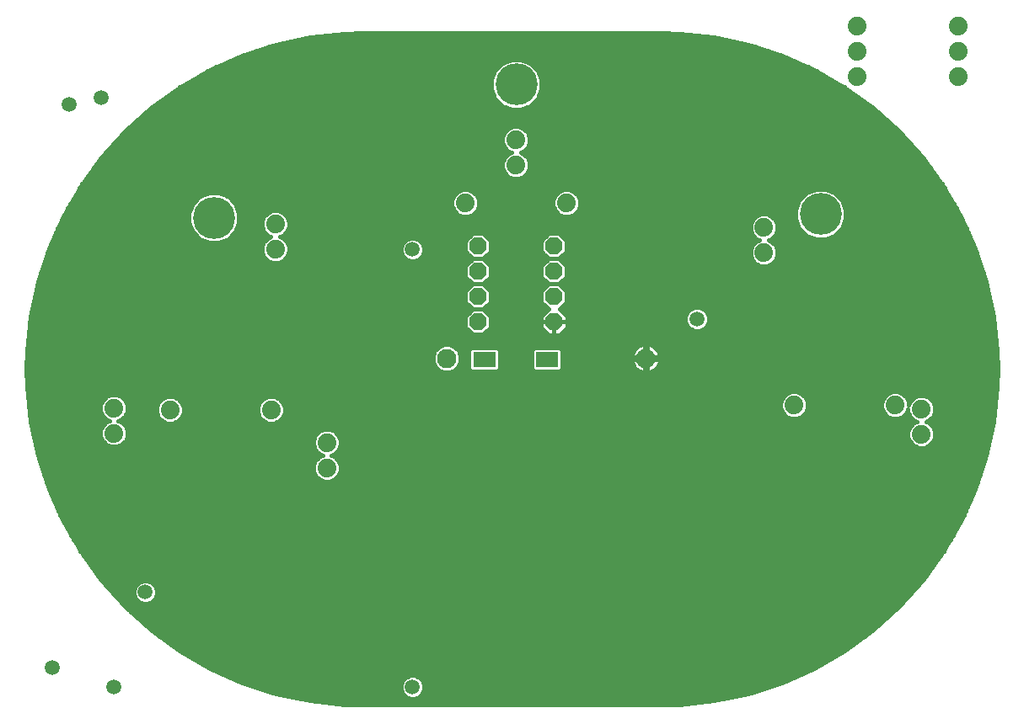
<source format=gbl>
G75*
%MOIN*%
%OFA0B0*%
%FSLAX25Y25*%
%IPPOS*%
%LPD*%
%AMOC8*
5,1,8,0,0,1.08239X$1,22.5*
%
%ADD10C,0.07677*%
%ADD11C,0.07400*%
%ADD12R,0.09055X0.06299*%
%ADD13OC8,0.06800*%
%ADD14C,0.01600*%
%ADD15C,0.05906*%
%ADD16C,0.16598*%
D10*
X0176063Y0146929D03*
X0254803Y0146929D03*
D11*
X0301496Y0188780D03*
X0301496Y0198780D03*
X0338425Y0258425D03*
X0338425Y0268425D03*
X0338425Y0278425D03*
X0378425Y0278425D03*
X0378425Y0268425D03*
X0378425Y0258425D03*
X0223425Y0208425D03*
X0203425Y0223425D03*
X0203425Y0233425D03*
X0183425Y0208425D03*
X0108228Y0200157D03*
X0108228Y0190157D03*
X0044409Y0127323D03*
X0044409Y0117323D03*
X0066575Y0126575D03*
X0106575Y0126575D03*
X0128661Y0113543D03*
X0128661Y0103543D03*
X0313425Y0128425D03*
X0353425Y0128425D03*
X0363819Y0126929D03*
X0363819Y0116929D03*
D12*
X0215709Y0146496D03*
X0190906Y0146496D03*
D13*
X0188425Y0161339D03*
X0188425Y0171339D03*
X0188425Y0181339D03*
X0188425Y0191339D03*
X0218425Y0191339D03*
X0218425Y0181339D03*
X0218425Y0171339D03*
X0218425Y0161339D03*
D14*
X0218425Y0161339D01*
X0213225Y0161339D01*
X0213225Y0163492D01*
X0216213Y0166480D01*
X0213425Y0169268D01*
X0213425Y0173410D01*
X0216354Y0176339D01*
X0220496Y0176339D01*
X0223425Y0179268D01*
X0223425Y0183410D01*
X0220496Y0186339D01*
X0223425Y0189268D01*
X0223425Y0193410D01*
X0220496Y0196339D01*
X0216354Y0196339D01*
X0213425Y0193410D01*
X0213425Y0189268D01*
X0216354Y0186339D01*
X0220496Y0186339D01*
X0216354Y0186339D01*
X0213425Y0183410D01*
X0213425Y0179268D01*
X0216354Y0176339D01*
X0220496Y0176339D01*
X0223425Y0173410D01*
X0223425Y0169268D01*
X0220638Y0166480D01*
X0223625Y0163492D01*
X0223625Y0161339D01*
X0218425Y0161339D01*
X0218425Y0161339D01*
X0213225Y0161339D01*
X0213225Y0159185D01*
X0216271Y0156139D01*
X0218425Y0156139D01*
X0218425Y0161338D01*
X0218425Y0161338D01*
X0218425Y0156139D01*
X0220579Y0156139D01*
X0223625Y0159185D01*
X0223625Y0161339D01*
X0218425Y0161339D01*
X0218425Y0160056D02*
X0218425Y0160056D01*
X0218425Y0158457D02*
X0218425Y0158457D01*
X0218425Y0156859D02*
X0218425Y0156859D01*
X0215551Y0156859D02*
X0191016Y0156859D01*
X0190496Y0156339D02*
X0193425Y0159268D01*
X0193425Y0163410D01*
X0190496Y0166339D01*
X0193425Y0169268D01*
X0193425Y0173410D01*
X0190496Y0176339D01*
X0193425Y0179268D01*
X0193425Y0183410D01*
X0190496Y0186339D01*
X0193425Y0189268D01*
X0193425Y0193410D01*
X0190496Y0196339D01*
X0186354Y0196339D01*
X0183425Y0193410D01*
X0183425Y0189268D01*
X0186354Y0186339D01*
X0190496Y0186339D01*
X0186354Y0186339D01*
X0183425Y0183410D01*
X0183425Y0179268D01*
X0186354Y0176339D01*
X0190496Y0176339D01*
X0186354Y0176339D01*
X0183425Y0173410D01*
X0183425Y0169268D01*
X0186354Y0166339D01*
X0190496Y0166339D01*
X0186354Y0166339D01*
X0183425Y0163410D01*
X0183425Y0159268D01*
X0186354Y0156339D01*
X0190496Y0156339D01*
X0192615Y0158457D02*
X0213953Y0158457D01*
X0213225Y0160056D02*
X0193425Y0160056D01*
X0193425Y0161654D02*
X0213225Y0161654D01*
X0213225Y0163253D02*
X0193425Y0163253D01*
X0191984Y0164851D02*
X0214584Y0164851D01*
X0216182Y0166450D02*
X0190607Y0166450D01*
X0192206Y0168048D02*
X0214645Y0168048D01*
X0213425Y0169647D02*
X0193425Y0169647D01*
X0193425Y0171245D02*
X0213425Y0171245D01*
X0213425Y0172844D02*
X0193425Y0172844D01*
X0192393Y0174442D02*
X0214458Y0174442D01*
X0216056Y0176041D02*
X0190794Y0176041D01*
X0191797Y0177639D02*
X0215053Y0177639D01*
X0213455Y0179238D02*
X0193395Y0179238D01*
X0193425Y0180836D02*
X0213425Y0180836D01*
X0213425Y0182435D02*
X0193425Y0182435D01*
X0192802Y0184033D02*
X0214049Y0184033D01*
X0215647Y0185632D02*
X0191203Y0185632D01*
X0191388Y0187230D02*
X0215462Y0187230D01*
X0213864Y0188829D02*
X0192986Y0188829D01*
X0193425Y0190427D02*
X0213425Y0190427D01*
X0213425Y0192026D02*
X0193425Y0192026D01*
X0193210Y0193624D02*
X0213640Y0193624D01*
X0215238Y0195223D02*
X0191612Y0195223D01*
X0185238Y0195223D02*
X0110165Y0195223D01*
X0110007Y0195157D02*
X0111231Y0195664D01*
X0112721Y0197155D01*
X0113528Y0199103D01*
X0113528Y0201212D01*
X0112721Y0203160D01*
X0111231Y0204651D01*
X0109283Y0205457D01*
X0107174Y0205457D01*
X0105226Y0204651D01*
X0103735Y0203160D01*
X0102928Y0201212D01*
X0102928Y0199103D01*
X0103735Y0197155D01*
X0105226Y0195664D01*
X0106450Y0195157D01*
X0105226Y0194651D01*
X0103735Y0193160D01*
X0102928Y0191212D01*
X0102928Y0189103D01*
X0103735Y0187155D01*
X0105226Y0185664D01*
X0107174Y0184857D01*
X0109283Y0184857D01*
X0111231Y0185664D01*
X0112721Y0187155D01*
X0113528Y0189103D01*
X0113528Y0191212D01*
X0112721Y0193160D01*
X0111231Y0194651D01*
X0110007Y0195157D01*
X0112257Y0193624D02*
X0159627Y0193624D01*
X0159901Y0193899D02*
X0158621Y0192618D01*
X0157928Y0190945D01*
X0157928Y0189134D01*
X0158621Y0187460D01*
X0159901Y0186180D01*
X0161575Y0185487D01*
X0163386Y0185487D01*
X0165059Y0186180D01*
X0166340Y0187460D01*
X0167033Y0189134D01*
X0167033Y0190945D01*
X0166340Y0192618D01*
X0165059Y0193899D01*
X0163386Y0194592D01*
X0161575Y0194592D01*
X0159901Y0193899D01*
X0158375Y0192026D02*
X0113191Y0192026D01*
X0113528Y0190427D02*
X0157928Y0190427D01*
X0158054Y0188829D02*
X0113415Y0188829D01*
X0112753Y0187230D02*
X0158851Y0187230D01*
X0161224Y0185632D02*
X0111152Y0185632D01*
X0105305Y0185632D02*
X0017066Y0185632D01*
X0017585Y0187230D02*
X0103704Y0187230D01*
X0103042Y0188829D02*
X0018105Y0188829D01*
X0018624Y0190427D02*
X0102928Y0190427D01*
X0103266Y0192026D02*
X0019332Y0192026D01*
X0018633Y0190457D02*
X0024296Y0203174D01*
X0031256Y0215230D01*
X0039439Y0226492D01*
X0048753Y0236837D01*
X0059099Y0246152D01*
X0070361Y0254334D01*
X0082417Y0261295D01*
X0095134Y0266957D01*
X0108374Y0271259D01*
X0121990Y0274153D01*
X0135835Y0275608D01*
X0142795Y0275791D01*
X0260906Y0275791D01*
X0267866Y0275608D01*
X0281711Y0274153D01*
X0295327Y0271259D01*
X0308567Y0266957D01*
X0321284Y0261295D01*
X0333340Y0254334D01*
X0344602Y0246152D01*
X0354947Y0236837D01*
X0364262Y0226492D01*
X0372445Y0215230D01*
X0379405Y0203174D01*
X0385067Y0190457D01*
X0389369Y0177217D01*
X0392263Y0163600D01*
X0393719Y0149756D01*
X0393901Y0142795D01*
X0393719Y0135835D01*
X0392263Y0121990D01*
X0389369Y0108374D01*
X0385067Y0095134D01*
X0379405Y0082417D01*
X0372445Y0070361D01*
X0364262Y0059099D01*
X0354947Y0048753D01*
X0344602Y0039439D01*
X0333340Y0031256D01*
X0321284Y0024296D01*
X0308567Y0018633D01*
X0295327Y0014332D01*
X0281711Y0011437D01*
X0267866Y0009982D01*
X0260906Y0009800D01*
X0142795Y0009800D01*
X0135835Y0009982D01*
X0121990Y0011437D01*
X0108374Y0014332D01*
X0095134Y0018633D01*
X0082417Y0024296D01*
X0070361Y0031256D01*
X0059099Y0039439D01*
X0048753Y0048753D01*
X0039439Y0059099D01*
X0031256Y0070361D01*
X0024296Y0082417D01*
X0018633Y0095134D01*
X0014332Y0108374D01*
X0011437Y0121990D01*
X0009982Y0135835D01*
X0009800Y0142795D01*
X0009800Y0142795D01*
X0009982Y0149756D01*
X0011437Y0163600D01*
X0014332Y0177217D01*
X0018633Y0190457D01*
X0020044Y0193624D02*
X0079830Y0193624D01*
X0078330Y0194246D02*
X0081968Y0192739D01*
X0085906Y0192739D01*
X0089544Y0194246D01*
X0092329Y0197030D01*
X0093836Y0200669D01*
X0093836Y0204607D01*
X0092329Y0208245D01*
X0089544Y0211030D01*
X0085906Y0212537D01*
X0081968Y0212537D01*
X0078330Y0211030D01*
X0075545Y0208245D01*
X0074038Y0204607D01*
X0074038Y0200669D01*
X0075545Y0197030D01*
X0078330Y0194246D01*
X0077352Y0195223D02*
X0020756Y0195223D01*
X0021467Y0196821D02*
X0075754Y0196821D01*
X0074969Y0198420D02*
X0022179Y0198420D01*
X0022891Y0200018D02*
X0074307Y0200018D01*
X0074038Y0201617D02*
X0023602Y0201617D01*
X0024320Y0203215D02*
X0074038Y0203215D01*
X0074124Y0204814D02*
X0025242Y0204814D01*
X0026165Y0206412D02*
X0074786Y0206412D01*
X0075448Y0208011D02*
X0027088Y0208011D01*
X0028011Y0209609D02*
X0076909Y0209609D01*
X0078759Y0211208D02*
X0028934Y0211208D01*
X0029857Y0212806D02*
X0180311Y0212806D01*
X0180423Y0212918D02*
X0178932Y0211427D01*
X0178125Y0209479D01*
X0178125Y0207371D01*
X0178932Y0205423D01*
X0180423Y0203932D01*
X0182371Y0203125D01*
X0184479Y0203125D01*
X0186427Y0203932D01*
X0187918Y0205423D01*
X0188725Y0207371D01*
X0188725Y0209479D01*
X0187918Y0211427D01*
X0186427Y0212918D01*
X0184479Y0213725D01*
X0182371Y0213725D01*
X0180423Y0212918D01*
X0178841Y0211208D02*
X0089115Y0211208D01*
X0090965Y0209609D02*
X0178179Y0209609D01*
X0178125Y0208011D02*
X0092426Y0208011D01*
X0093088Y0206412D02*
X0178522Y0206412D01*
X0179541Y0204814D02*
X0110836Y0204814D01*
X0112666Y0203215D02*
X0182153Y0203215D01*
X0184697Y0203215D02*
X0222153Y0203215D01*
X0222371Y0203125D02*
X0224479Y0203125D01*
X0226427Y0203932D01*
X0227918Y0205423D01*
X0228725Y0207371D01*
X0228725Y0209479D01*
X0227918Y0211427D01*
X0226427Y0212918D01*
X0224479Y0213725D01*
X0222371Y0213725D01*
X0220423Y0212918D01*
X0218932Y0211427D01*
X0218125Y0209479D01*
X0218125Y0207371D01*
X0218932Y0205423D01*
X0220423Y0203932D01*
X0222371Y0203125D01*
X0224697Y0203215D02*
X0298437Y0203215D01*
X0298494Y0203273D02*
X0297003Y0201782D01*
X0296196Y0199834D01*
X0296196Y0197725D01*
X0297003Y0195777D01*
X0298494Y0194286D01*
X0299718Y0193780D01*
X0298494Y0193273D01*
X0297003Y0191782D01*
X0296196Y0189834D01*
X0296196Y0187725D01*
X0297003Y0185777D01*
X0298494Y0184286D01*
X0300442Y0183480D01*
X0302550Y0183480D01*
X0304498Y0184286D01*
X0305989Y0185777D01*
X0306796Y0187725D01*
X0306796Y0189834D01*
X0305989Y0191782D01*
X0304498Y0193273D01*
X0303275Y0193780D01*
X0304498Y0194286D01*
X0305989Y0195777D01*
X0306796Y0197725D01*
X0306796Y0199834D01*
X0305989Y0201782D01*
X0304498Y0203273D01*
X0302550Y0204080D01*
X0300442Y0204080D01*
X0298494Y0203273D01*
X0296935Y0201617D02*
X0113361Y0201617D01*
X0113528Y0200018D02*
X0296273Y0200018D01*
X0296196Y0198420D02*
X0113245Y0198420D01*
X0112388Y0196821D02*
X0296570Y0196821D01*
X0297557Y0195223D02*
X0221612Y0195223D01*
X0223210Y0193624D02*
X0299343Y0193624D01*
X0297247Y0192026D02*
X0223425Y0192026D01*
X0223425Y0190427D02*
X0296442Y0190427D01*
X0296196Y0188829D02*
X0222986Y0188829D01*
X0221388Y0187230D02*
X0296401Y0187230D01*
X0297148Y0185632D02*
X0221203Y0185632D01*
X0222802Y0184033D02*
X0299105Y0184033D01*
X0303887Y0184033D02*
X0387154Y0184033D01*
X0387674Y0182435D02*
X0223425Y0182435D01*
X0223425Y0180836D02*
X0388193Y0180836D01*
X0388712Y0179238D02*
X0223395Y0179238D01*
X0221797Y0177639D02*
X0389232Y0177639D01*
X0389619Y0176041D02*
X0220794Y0176041D01*
X0222393Y0174442D02*
X0389959Y0174442D01*
X0390299Y0172844D02*
X0223425Y0172844D01*
X0223425Y0171245D02*
X0390638Y0171245D01*
X0390978Y0169647D02*
X0223425Y0169647D01*
X0222206Y0168048D02*
X0391318Y0168048D01*
X0391658Y0166450D02*
X0277353Y0166450D01*
X0277618Y0166340D02*
X0275945Y0167033D01*
X0274134Y0167033D01*
X0272460Y0166340D01*
X0271180Y0165059D01*
X0270487Y0163386D01*
X0270487Y0161575D01*
X0271180Y0159901D01*
X0272460Y0158621D01*
X0274134Y0157928D01*
X0275945Y0157928D01*
X0277618Y0158621D01*
X0278899Y0159901D01*
X0279592Y0161575D01*
X0279592Y0163386D01*
X0278899Y0165059D01*
X0277618Y0166340D01*
X0278985Y0164851D02*
X0391998Y0164851D01*
X0392300Y0163253D02*
X0279592Y0163253D01*
X0279592Y0161654D02*
X0392468Y0161654D01*
X0392636Y0160056D02*
X0278963Y0160056D01*
X0277223Y0158457D02*
X0392804Y0158457D01*
X0392972Y0156859D02*
X0221299Y0156859D01*
X0222898Y0158457D02*
X0272855Y0158457D01*
X0271116Y0160056D02*
X0223625Y0160056D01*
X0223625Y0161654D02*
X0270487Y0161654D01*
X0270487Y0163253D02*
X0223625Y0163253D01*
X0222267Y0164851D02*
X0271094Y0164851D01*
X0272725Y0166450D02*
X0220668Y0166450D01*
X0220899Y0151246D02*
X0210518Y0151246D01*
X0209581Y0150308D01*
X0209581Y0142684D01*
X0210518Y0141746D01*
X0220899Y0141746D01*
X0221836Y0142684D01*
X0221836Y0150308D01*
X0220899Y0151246D01*
X0221680Y0150465D02*
X0250402Y0150465D01*
X0250502Y0150602D02*
X0249981Y0149884D01*
X0249578Y0149094D01*
X0249303Y0148250D01*
X0249170Y0147409D01*
X0254324Y0147409D01*
X0254324Y0152562D01*
X0253483Y0152429D01*
X0252639Y0152155D01*
X0251848Y0151752D01*
X0251130Y0151230D01*
X0250502Y0150602D01*
X0249504Y0148866D02*
X0221836Y0148866D01*
X0221836Y0147268D02*
X0254324Y0147268D01*
X0254324Y0147409D02*
X0254324Y0146450D01*
X0249170Y0146450D01*
X0249303Y0145609D01*
X0249578Y0144765D01*
X0249981Y0143974D01*
X0250502Y0143256D01*
X0251130Y0142628D01*
X0251848Y0142107D01*
X0252639Y0141704D01*
X0253483Y0141429D01*
X0254324Y0141296D01*
X0254324Y0146450D01*
X0255283Y0146450D01*
X0255283Y0147409D01*
X0254324Y0147409D01*
X0255283Y0147409D02*
X0255283Y0152562D01*
X0256124Y0152429D01*
X0256968Y0152155D01*
X0257758Y0151752D01*
X0258476Y0151230D01*
X0259104Y0150602D01*
X0259626Y0149884D01*
X0260029Y0149094D01*
X0260303Y0148250D01*
X0260436Y0147409D01*
X0255283Y0147409D01*
X0255283Y0147268D02*
X0393784Y0147268D01*
X0393742Y0148866D02*
X0260103Y0148866D01*
X0259204Y0150465D02*
X0393644Y0150465D01*
X0393476Y0152063D02*
X0257147Y0152063D01*
X0255283Y0152063D02*
X0254324Y0152063D01*
X0254324Y0150465D02*
X0255283Y0150465D01*
X0255283Y0148866D02*
X0254324Y0148866D01*
X0255283Y0146450D02*
X0260436Y0146450D01*
X0260303Y0145609D01*
X0260029Y0144765D01*
X0259626Y0143974D01*
X0259104Y0143256D01*
X0258476Y0142628D01*
X0257758Y0142107D01*
X0256968Y0141704D01*
X0256124Y0141429D01*
X0255283Y0141296D01*
X0255283Y0146450D01*
X0255283Y0145669D02*
X0254324Y0145669D01*
X0254324Y0144070D02*
X0255283Y0144070D01*
X0255283Y0142472D02*
X0254324Y0142472D01*
X0251345Y0142472D02*
X0221624Y0142472D01*
X0221836Y0144070D02*
X0249931Y0144070D01*
X0249294Y0145669D02*
X0221836Y0145669D01*
X0209581Y0145669D02*
X0197033Y0145669D01*
X0197033Y0147268D02*
X0209581Y0147268D01*
X0209581Y0148866D02*
X0197033Y0148866D01*
X0197033Y0150308D02*
X0196096Y0151246D01*
X0185715Y0151246D01*
X0184778Y0150308D01*
X0184778Y0142684D01*
X0185715Y0141746D01*
X0196096Y0141746D01*
X0197033Y0142684D01*
X0197033Y0150308D01*
X0196877Y0150465D02*
X0209737Y0150465D01*
X0209581Y0144070D02*
X0197033Y0144070D01*
X0196821Y0142472D02*
X0209793Y0142472D01*
X0184990Y0142472D02*
X0179297Y0142472D01*
X0179144Y0142319D02*
X0180674Y0143848D01*
X0181502Y0145847D01*
X0181502Y0148011D01*
X0180674Y0150010D01*
X0179144Y0151540D01*
X0177145Y0152368D01*
X0174981Y0152368D01*
X0172982Y0151540D01*
X0171452Y0150010D01*
X0170624Y0148011D01*
X0170624Y0145847D01*
X0171452Y0143848D01*
X0172982Y0142319D01*
X0174981Y0141491D01*
X0177145Y0141491D01*
X0179144Y0142319D01*
X0180766Y0144070D02*
X0184778Y0144070D01*
X0184778Y0145669D02*
X0181428Y0145669D01*
X0181502Y0147268D02*
X0184778Y0147268D01*
X0184778Y0148866D02*
X0181147Y0148866D01*
X0180219Y0150465D02*
X0184934Y0150465D01*
X0185834Y0156859D02*
X0010729Y0156859D01*
X0010897Y0158457D02*
X0184236Y0158457D01*
X0183425Y0160056D02*
X0011065Y0160056D01*
X0011233Y0161654D02*
X0183425Y0161654D01*
X0183425Y0163253D02*
X0011401Y0163253D01*
X0011703Y0164851D02*
X0184867Y0164851D01*
X0186243Y0166450D02*
X0012043Y0166450D01*
X0012383Y0168048D02*
X0184645Y0168048D01*
X0183425Y0169647D02*
X0012723Y0169647D01*
X0013062Y0171245D02*
X0183425Y0171245D01*
X0183425Y0172844D02*
X0013402Y0172844D01*
X0013742Y0174442D02*
X0184458Y0174442D01*
X0186056Y0176041D02*
X0014082Y0176041D01*
X0014469Y0177639D02*
X0185053Y0177639D01*
X0183455Y0179238D02*
X0014988Y0179238D01*
X0015508Y0180836D02*
X0183425Y0180836D01*
X0183425Y0182435D02*
X0016027Y0182435D01*
X0016546Y0184033D02*
X0184049Y0184033D01*
X0185647Y0185632D02*
X0163736Y0185632D01*
X0166110Y0187230D02*
X0185462Y0187230D01*
X0183864Y0188829D02*
X0166907Y0188829D01*
X0167033Y0190427D02*
X0183425Y0190427D01*
X0183425Y0192026D02*
X0166585Y0192026D01*
X0165334Y0193624D02*
X0183640Y0193624D01*
X0187309Y0204814D02*
X0219541Y0204814D01*
X0218522Y0206412D02*
X0188328Y0206412D01*
X0188725Y0208011D02*
X0218125Y0208011D01*
X0218179Y0209609D02*
X0188671Y0209609D01*
X0188009Y0211208D02*
X0218841Y0211208D01*
X0220311Y0212806D02*
X0186539Y0212806D01*
X0198932Y0220423D02*
X0198125Y0222371D01*
X0198125Y0224479D01*
X0198932Y0226427D01*
X0200423Y0227918D01*
X0201647Y0228425D01*
X0200423Y0228932D01*
X0198932Y0230423D01*
X0198125Y0232371D01*
X0198125Y0234479D01*
X0198932Y0236427D01*
X0200423Y0237918D01*
X0202371Y0238725D01*
X0204479Y0238725D01*
X0206427Y0237918D01*
X0207918Y0236427D01*
X0208725Y0234479D01*
X0208725Y0232371D01*
X0207918Y0230423D01*
X0206427Y0228932D01*
X0205204Y0228425D01*
X0206427Y0227918D01*
X0207918Y0226427D01*
X0208725Y0224479D01*
X0208725Y0222371D01*
X0207918Y0220423D01*
X0206427Y0218932D01*
X0204479Y0218125D01*
X0202371Y0218125D01*
X0200423Y0218932D01*
X0198932Y0220423D01*
X0198776Y0220799D02*
X0035302Y0220799D01*
X0034141Y0219201D02*
X0200155Y0219201D01*
X0198125Y0222398D02*
X0036464Y0222398D01*
X0037625Y0223996D02*
X0198125Y0223996D01*
X0198587Y0225595D02*
X0038787Y0225595D01*
X0040070Y0227193D02*
X0199698Y0227193D01*
X0200762Y0228792D02*
X0041509Y0228792D01*
X0042948Y0230390D02*
X0198965Y0230390D01*
X0198284Y0231989D02*
X0044388Y0231989D01*
X0045827Y0233587D02*
X0198125Y0233587D01*
X0198418Y0235186D02*
X0047266Y0235186D01*
X0048706Y0236784D02*
X0199289Y0236784D01*
X0201544Y0238383D02*
X0050470Y0238383D01*
X0052245Y0239981D02*
X0351456Y0239981D01*
X0353231Y0238383D02*
X0205306Y0238383D01*
X0207562Y0236784D02*
X0354995Y0236784D01*
X0356434Y0235186D02*
X0208433Y0235186D01*
X0208725Y0233587D02*
X0357874Y0233587D01*
X0359313Y0231989D02*
X0208567Y0231989D01*
X0207885Y0230390D02*
X0360752Y0230390D01*
X0362192Y0228792D02*
X0206088Y0228792D01*
X0207153Y0227193D02*
X0363631Y0227193D01*
X0364914Y0225595D02*
X0208263Y0225595D01*
X0208725Y0223996D02*
X0366076Y0223996D01*
X0367237Y0222398D02*
X0208725Y0222398D01*
X0208074Y0220799D02*
X0368398Y0220799D01*
X0369560Y0219201D02*
X0206696Y0219201D01*
X0226539Y0212806D02*
X0319252Y0212806D01*
X0318290Y0212408D02*
X0315505Y0209623D01*
X0313998Y0205985D01*
X0313998Y0202047D01*
X0315505Y0198408D01*
X0318290Y0195624D01*
X0321929Y0194117D01*
X0325867Y0194117D01*
X0329505Y0195624D01*
X0332290Y0198408D01*
X0333797Y0202047D01*
X0333797Y0205985D01*
X0332290Y0209623D01*
X0329505Y0212408D01*
X0325867Y0213915D01*
X0321929Y0213915D01*
X0318290Y0212408D01*
X0317090Y0211208D02*
X0228009Y0211208D01*
X0228671Y0209609D02*
X0315500Y0209609D01*
X0314838Y0208011D02*
X0228725Y0208011D01*
X0228328Y0206412D02*
X0314176Y0206412D01*
X0313998Y0204814D02*
X0227309Y0204814D01*
X0209151Y0247002D02*
X0205512Y0245494D01*
X0201574Y0245494D01*
X0197936Y0247002D01*
X0195151Y0249786D01*
X0193644Y0253425D01*
X0193644Y0257363D01*
X0195151Y0261001D01*
X0197936Y0263786D01*
X0201574Y0265293D01*
X0205512Y0265293D01*
X0209151Y0263786D01*
X0211935Y0261001D01*
X0213443Y0257363D01*
X0213443Y0253425D01*
X0211935Y0249786D01*
X0209151Y0247002D01*
X0210123Y0247974D02*
X0342095Y0247974D01*
X0344295Y0246375D02*
X0207639Y0246375D01*
X0211721Y0249572D02*
X0339895Y0249572D01*
X0337694Y0251171D02*
X0212509Y0251171D01*
X0213171Y0252769D02*
X0335494Y0252769D01*
X0333282Y0254368D02*
X0213443Y0254368D01*
X0213443Y0255966D02*
X0330514Y0255966D01*
X0327745Y0257565D02*
X0213359Y0257565D01*
X0212697Y0259163D02*
X0324976Y0259163D01*
X0322207Y0260762D02*
X0212035Y0260762D01*
X0210576Y0262360D02*
X0318891Y0262360D01*
X0315301Y0263959D02*
X0208733Y0263959D01*
X0198354Y0263959D02*
X0088400Y0263959D01*
X0091990Y0265557D02*
X0311711Y0265557D01*
X0307955Y0267156D02*
X0095746Y0267156D01*
X0100666Y0268754D02*
X0303035Y0268754D01*
X0298116Y0270353D02*
X0105585Y0270353D01*
X0111632Y0271951D02*
X0292069Y0271951D01*
X0284549Y0273550D02*
X0119152Y0273550D01*
X0131459Y0275148D02*
X0272241Y0275148D01*
X0196510Y0262360D02*
X0084810Y0262360D01*
X0081493Y0260762D02*
X0195052Y0260762D01*
X0194390Y0259163D02*
X0078725Y0259163D01*
X0075956Y0257565D02*
X0193728Y0257565D01*
X0193644Y0255966D02*
X0073187Y0255966D01*
X0070418Y0254368D02*
X0193644Y0254368D01*
X0193916Y0252769D02*
X0068206Y0252769D01*
X0066006Y0251171D02*
X0194578Y0251171D01*
X0195365Y0249572D02*
X0063806Y0249572D01*
X0061606Y0247974D02*
X0196964Y0247974D01*
X0199448Y0246375D02*
X0059406Y0246375D01*
X0057571Y0244777D02*
X0346130Y0244777D01*
X0347905Y0243178D02*
X0055796Y0243178D01*
X0054021Y0241580D02*
X0349680Y0241580D01*
X0370721Y0217602D02*
X0032980Y0217602D01*
X0031818Y0216003D02*
X0371883Y0216003D01*
X0372921Y0214405D02*
X0030780Y0214405D01*
X0088044Y0193624D02*
X0104200Y0193624D01*
X0106292Y0195223D02*
X0090522Y0195223D01*
X0092120Y0196821D02*
X0104069Y0196821D01*
X0103211Y0198420D02*
X0092905Y0198420D01*
X0093567Y0200018D02*
X0102928Y0200018D01*
X0103096Y0201617D02*
X0093836Y0201617D01*
X0093836Y0203215D02*
X0103791Y0203215D01*
X0105620Y0204814D02*
X0093750Y0204814D01*
X0171907Y0150465D02*
X0010057Y0150465D01*
X0009959Y0148866D02*
X0170979Y0148866D01*
X0170624Y0147268D02*
X0009917Y0147268D01*
X0009875Y0145669D02*
X0170698Y0145669D01*
X0171360Y0144070D02*
X0009833Y0144070D01*
X0009808Y0142472D02*
X0172829Y0142472D01*
X0174246Y0152063D02*
X0010225Y0152063D01*
X0010393Y0153662D02*
X0393308Y0153662D01*
X0393140Y0155260D02*
X0010561Y0155260D01*
X0009850Y0140873D02*
X0393850Y0140873D01*
X0393809Y0139275D02*
X0009892Y0139275D01*
X0009934Y0137676D02*
X0393767Y0137676D01*
X0393725Y0136078D02*
X0009976Y0136078D01*
X0010125Y0134479D02*
X0393576Y0134479D01*
X0393408Y0132881D02*
X0356465Y0132881D01*
X0356427Y0132918D02*
X0357918Y0131427D01*
X0358725Y0129479D01*
X0358725Y0128481D01*
X0359326Y0129931D01*
X0360817Y0131422D01*
X0362765Y0132229D01*
X0364873Y0132229D01*
X0366821Y0131422D01*
X0368312Y0129931D01*
X0369119Y0127983D01*
X0369119Y0125875D01*
X0368312Y0123927D01*
X0366821Y0122436D01*
X0365597Y0121929D01*
X0366821Y0121422D01*
X0368312Y0119931D01*
X0369119Y0117983D01*
X0369119Y0115875D01*
X0368312Y0113927D01*
X0366821Y0112436D01*
X0364873Y0111629D01*
X0362765Y0111629D01*
X0360817Y0112436D01*
X0359326Y0113927D01*
X0358519Y0115875D01*
X0358519Y0117983D01*
X0359326Y0119931D01*
X0360817Y0121422D01*
X0362040Y0121929D01*
X0360817Y0122436D01*
X0359326Y0123927D01*
X0358519Y0125875D01*
X0358519Y0126873D01*
X0357918Y0125423D01*
X0356427Y0123932D01*
X0354479Y0123125D01*
X0352371Y0123125D01*
X0350423Y0123932D01*
X0348932Y0125423D01*
X0348125Y0127371D01*
X0348125Y0129479D01*
X0348932Y0131427D01*
X0350423Y0132918D01*
X0352371Y0133725D01*
X0354479Y0133725D01*
X0356427Y0132918D01*
X0357978Y0131282D02*
X0360677Y0131282D01*
X0359223Y0129684D02*
X0358641Y0129684D01*
X0358519Y0126487D02*
X0358359Y0126487D01*
X0358928Y0124888D02*
X0357384Y0124888D01*
X0354877Y0123290D02*
X0359963Y0123290D01*
X0361466Y0121691D02*
X0108635Y0121691D01*
X0109577Y0122082D02*
X0111068Y0123573D01*
X0111875Y0125521D01*
X0111875Y0127629D01*
X0111068Y0129577D01*
X0109577Y0131068D01*
X0107629Y0131875D01*
X0105521Y0131875D01*
X0103573Y0131068D01*
X0102082Y0129577D01*
X0101275Y0127629D01*
X0101275Y0125521D01*
X0102082Y0123573D01*
X0103573Y0122082D01*
X0105521Y0121275D01*
X0107629Y0121275D01*
X0109577Y0122082D01*
X0110785Y0123290D02*
X0311973Y0123290D01*
X0312371Y0123125D02*
X0314479Y0123125D01*
X0316427Y0123932D01*
X0317918Y0125423D01*
X0318725Y0127371D01*
X0318725Y0129479D01*
X0317918Y0131427D01*
X0316427Y0132918D01*
X0314479Y0133725D01*
X0312371Y0133725D01*
X0310423Y0132918D01*
X0308932Y0131427D01*
X0308125Y0129479D01*
X0308125Y0127371D01*
X0308932Y0125423D01*
X0310423Y0123932D01*
X0312371Y0123125D01*
X0314877Y0123290D02*
X0351973Y0123290D01*
X0349467Y0124888D02*
X0317384Y0124888D01*
X0318359Y0126487D02*
X0348491Y0126487D01*
X0348125Y0128085D02*
X0318725Y0128085D01*
X0318641Y0129684D02*
X0348210Y0129684D01*
X0348872Y0131282D02*
X0317978Y0131282D01*
X0316465Y0132881D02*
X0350386Y0132881D01*
X0359487Y0120093D02*
X0048999Y0120093D01*
X0048903Y0120325D02*
X0047412Y0121816D01*
X0046188Y0122323D01*
X0047412Y0122830D01*
X0048903Y0124321D01*
X0049709Y0126269D01*
X0049709Y0128377D01*
X0048903Y0130325D01*
X0047412Y0131816D01*
X0045464Y0132623D01*
X0043355Y0132623D01*
X0041407Y0131816D01*
X0039916Y0130325D01*
X0039109Y0128377D01*
X0039109Y0126269D01*
X0039916Y0124321D01*
X0041407Y0122830D01*
X0042631Y0122323D01*
X0041407Y0121816D01*
X0039916Y0120325D01*
X0039109Y0118377D01*
X0039109Y0116269D01*
X0039916Y0114321D01*
X0041407Y0112830D01*
X0043355Y0112023D01*
X0045464Y0112023D01*
X0047412Y0112830D01*
X0048903Y0114321D01*
X0049709Y0116269D01*
X0049709Y0118377D01*
X0048903Y0120325D01*
X0047536Y0121691D02*
X0064515Y0121691D01*
X0063573Y0122082D02*
X0065521Y0121275D01*
X0067629Y0121275D01*
X0069577Y0122082D01*
X0071068Y0123573D01*
X0071875Y0125521D01*
X0071875Y0127629D01*
X0071068Y0129577D01*
X0069577Y0131068D01*
X0067629Y0131875D01*
X0065521Y0131875D01*
X0063573Y0131068D01*
X0062082Y0129577D01*
X0061275Y0127629D01*
X0061275Y0125521D01*
X0062082Y0123573D01*
X0063573Y0122082D01*
X0062364Y0123290D02*
X0047872Y0123290D01*
X0049138Y0124888D02*
X0061537Y0124888D01*
X0061275Y0126487D02*
X0049709Y0126487D01*
X0049709Y0128085D02*
X0061464Y0128085D01*
X0062189Y0129684D02*
X0049168Y0129684D01*
X0047945Y0131282D02*
X0064090Y0131282D01*
X0069059Y0131282D02*
X0104090Y0131282D01*
X0102189Y0129684D02*
X0070961Y0129684D01*
X0071686Y0128085D02*
X0101464Y0128085D01*
X0101275Y0126487D02*
X0071875Y0126487D01*
X0071613Y0124888D02*
X0101537Y0124888D01*
X0102364Y0123290D02*
X0070785Y0123290D01*
X0068635Y0121691D02*
X0104515Y0121691D01*
X0111613Y0124888D02*
X0309467Y0124888D01*
X0308491Y0126487D02*
X0111875Y0126487D01*
X0111686Y0128085D02*
X0308125Y0128085D01*
X0308210Y0129684D02*
X0110961Y0129684D01*
X0109059Y0131282D02*
X0308872Y0131282D01*
X0310386Y0132881D02*
X0010293Y0132881D01*
X0010461Y0131282D02*
X0040874Y0131282D01*
X0039651Y0129684D02*
X0010629Y0129684D01*
X0010797Y0128085D02*
X0039109Y0128085D01*
X0039109Y0126487D02*
X0010965Y0126487D01*
X0011133Y0124888D02*
X0039681Y0124888D01*
X0040947Y0123290D02*
X0011301Y0123290D01*
X0011501Y0121691D02*
X0041283Y0121691D01*
X0039820Y0120093D02*
X0011841Y0120093D01*
X0012180Y0118494D02*
X0039158Y0118494D01*
X0039109Y0116896D02*
X0012520Y0116896D01*
X0012860Y0115297D02*
X0039512Y0115297D01*
X0040538Y0113699D02*
X0013200Y0113699D01*
X0013540Y0112100D02*
X0043168Y0112100D01*
X0045651Y0112100D02*
X0123522Y0112100D01*
X0123361Y0112489D02*
X0124168Y0110541D01*
X0125659Y0109050D01*
X0126883Y0108543D01*
X0125659Y0108036D01*
X0124168Y0106546D01*
X0123361Y0104598D01*
X0123361Y0102489D01*
X0124168Y0100541D01*
X0125659Y0099050D01*
X0127607Y0098243D01*
X0129716Y0098243D01*
X0131664Y0099050D01*
X0133155Y0100541D01*
X0133961Y0102489D01*
X0133961Y0104598D01*
X0133155Y0106546D01*
X0131664Y0108036D01*
X0130440Y0108543D01*
X0131664Y0109050D01*
X0133155Y0110541D01*
X0133961Y0112489D01*
X0133961Y0114598D01*
X0133155Y0116546D01*
X0131664Y0118036D01*
X0129716Y0118843D01*
X0127607Y0118843D01*
X0125659Y0118036D01*
X0124168Y0116546D01*
X0123361Y0114598D01*
X0123361Y0112489D01*
X0123361Y0113699D02*
X0048281Y0113699D01*
X0049307Y0115297D02*
X0123651Y0115297D01*
X0124519Y0116896D02*
X0049709Y0116896D01*
X0049661Y0118494D02*
X0126765Y0118494D01*
X0130558Y0118494D02*
X0358731Y0118494D01*
X0358519Y0116896D02*
X0132804Y0116896D01*
X0133672Y0115297D02*
X0358758Y0115297D01*
X0359554Y0113699D02*
X0133961Y0113699D01*
X0133800Y0112100D02*
X0361627Y0112100D01*
X0366011Y0112100D02*
X0390161Y0112100D01*
X0389821Y0110502D02*
X0133115Y0110502D01*
X0131309Y0108903D02*
X0389482Y0108903D01*
X0389022Y0107305D02*
X0132395Y0107305D01*
X0133502Y0105706D02*
X0388502Y0105706D01*
X0387983Y0104108D02*
X0133961Y0104108D01*
X0133961Y0102509D02*
X0387464Y0102509D01*
X0386944Y0100911D02*
X0133308Y0100911D01*
X0131926Y0099312D02*
X0386425Y0099312D01*
X0385905Y0097714D02*
X0017795Y0097714D01*
X0017276Y0099312D02*
X0125397Y0099312D01*
X0124015Y0100911D02*
X0016757Y0100911D01*
X0016237Y0102509D02*
X0123361Y0102509D01*
X0123361Y0104108D02*
X0015718Y0104108D01*
X0015198Y0105706D02*
X0123821Y0105706D01*
X0124928Y0107305D02*
X0014679Y0107305D01*
X0014219Y0108903D02*
X0126014Y0108903D01*
X0124208Y0110502D02*
X0013879Y0110502D01*
X0018315Y0096115D02*
X0385386Y0096115D01*
X0384792Y0094517D02*
X0018908Y0094517D01*
X0019620Y0092918D02*
X0384081Y0092918D01*
X0383369Y0091320D02*
X0020332Y0091320D01*
X0021043Y0089721D02*
X0382657Y0089721D01*
X0381946Y0088123D02*
X0021755Y0088123D01*
X0022467Y0086524D02*
X0381234Y0086524D01*
X0380522Y0084926D02*
X0023179Y0084926D01*
X0023890Y0083327D02*
X0379811Y0083327D01*
X0379008Y0081729D02*
X0024693Y0081729D01*
X0025616Y0080130D02*
X0378085Y0080130D01*
X0377162Y0078532D02*
X0026539Y0078532D01*
X0027462Y0076933D02*
X0376239Y0076933D01*
X0375316Y0075334D02*
X0028385Y0075334D01*
X0029307Y0073736D02*
X0374393Y0073736D01*
X0373470Y0072137D02*
X0030230Y0072137D01*
X0031153Y0070539D02*
X0372548Y0070539D01*
X0371413Y0068940D02*
X0032288Y0068940D01*
X0033449Y0067342D02*
X0370251Y0067342D01*
X0369090Y0065743D02*
X0034611Y0065743D01*
X0035772Y0064145D02*
X0367929Y0064145D01*
X0366767Y0062546D02*
X0036934Y0062546D01*
X0038095Y0060948D02*
X0365606Y0060948D01*
X0364444Y0059349D02*
X0039256Y0059349D01*
X0040652Y0057751D02*
X0053753Y0057751D01*
X0054232Y0058230D02*
X0052951Y0056949D01*
X0052258Y0055276D01*
X0052258Y0053464D01*
X0052951Y0051791D01*
X0054232Y0050510D01*
X0055905Y0049817D01*
X0057717Y0049817D01*
X0059390Y0050510D01*
X0060671Y0051791D01*
X0061364Y0053464D01*
X0061364Y0055276D01*
X0060671Y0056949D01*
X0059390Y0058230D01*
X0057717Y0058923D01*
X0055905Y0058923D01*
X0054232Y0058230D01*
X0052621Y0056152D02*
X0042091Y0056152D01*
X0043531Y0054554D02*
X0052258Y0054554D01*
X0052469Y0052955D02*
X0044970Y0052955D01*
X0046409Y0051357D02*
X0053386Y0051357D01*
X0049413Y0048160D02*
X0354288Y0048160D01*
X0355852Y0049758D02*
X0047849Y0049758D01*
X0051188Y0046561D02*
X0352513Y0046561D01*
X0350737Y0044963D02*
X0052963Y0044963D01*
X0054739Y0043364D02*
X0348962Y0043364D01*
X0347187Y0041766D02*
X0056514Y0041766D01*
X0058289Y0040167D02*
X0345411Y0040167D01*
X0343405Y0038569D02*
X0060296Y0038569D01*
X0062496Y0036970D02*
X0341205Y0036970D01*
X0339005Y0035372D02*
X0064696Y0035372D01*
X0066896Y0033773D02*
X0336805Y0033773D01*
X0334604Y0032175D02*
X0069096Y0032175D01*
X0071538Y0030576D02*
X0332162Y0030576D01*
X0329394Y0028978D02*
X0074307Y0028978D01*
X0077076Y0027379D02*
X0326625Y0027379D01*
X0323856Y0025781D02*
X0079845Y0025781D01*
X0082672Y0024182D02*
X0321029Y0024182D01*
X0317439Y0022584D02*
X0086262Y0022584D01*
X0089852Y0020985D02*
X0160661Y0020985D01*
X0159901Y0020671D02*
X0161575Y0021364D01*
X0163386Y0021364D01*
X0165059Y0020671D01*
X0166340Y0019390D01*
X0167033Y0017717D01*
X0167033Y0015905D01*
X0166340Y0014232D01*
X0165059Y0012951D01*
X0163386Y0012258D01*
X0161575Y0012258D01*
X0159901Y0012951D01*
X0158621Y0014232D01*
X0157928Y0015905D01*
X0157928Y0017717D01*
X0158621Y0019390D01*
X0159901Y0020671D01*
X0158619Y0019387D02*
X0093442Y0019387D01*
X0097736Y0017788D02*
X0157957Y0017788D01*
X0157928Y0016190D02*
X0102656Y0016190D01*
X0107575Y0014591D02*
X0158472Y0014591D01*
X0159860Y0012993D02*
X0114674Y0012993D01*
X0122402Y0011394D02*
X0281298Y0011394D01*
X0289027Y0012993D02*
X0165100Y0012993D01*
X0166489Y0014591D02*
X0296125Y0014591D01*
X0301045Y0016190D02*
X0167033Y0016190D01*
X0167003Y0017788D02*
X0305965Y0017788D01*
X0310258Y0019387D02*
X0166341Y0019387D01*
X0164300Y0020985D02*
X0313849Y0020985D01*
X0357292Y0051357D02*
X0060236Y0051357D01*
X0061153Y0052955D02*
X0358731Y0052955D01*
X0360170Y0054554D02*
X0061364Y0054554D01*
X0061001Y0056152D02*
X0361609Y0056152D01*
X0363049Y0057751D02*
X0059869Y0057751D01*
X0177880Y0152063D02*
X0252459Y0152063D01*
X0260312Y0145669D02*
X0393826Y0145669D01*
X0393867Y0144070D02*
X0259675Y0144070D01*
X0258261Y0142472D02*
X0393892Y0142472D01*
X0393240Y0131282D02*
X0366961Y0131282D01*
X0368415Y0129684D02*
X0393072Y0129684D01*
X0392904Y0128085D02*
X0369077Y0128085D01*
X0369119Y0126487D02*
X0392736Y0126487D01*
X0392568Y0124888D02*
X0368710Y0124888D01*
X0367675Y0123290D02*
X0392400Y0123290D01*
X0392200Y0121691D02*
X0366171Y0121691D01*
X0368151Y0120093D02*
X0391860Y0120093D01*
X0391520Y0118494D02*
X0368907Y0118494D01*
X0369119Y0116896D02*
X0391181Y0116896D01*
X0390841Y0115297D02*
X0368880Y0115297D01*
X0368084Y0113699D02*
X0390501Y0113699D01*
X0386635Y0185632D02*
X0305844Y0185632D01*
X0306591Y0187230D02*
X0386116Y0187230D01*
X0385596Y0188829D02*
X0306796Y0188829D01*
X0306550Y0190427D02*
X0385077Y0190427D01*
X0384369Y0192026D02*
X0305745Y0192026D01*
X0303649Y0193624D02*
X0383657Y0193624D01*
X0382945Y0195223D02*
X0328538Y0195223D01*
X0330703Y0196821D02*
X0382233Y0196821D01*
X0381522Y0198420D02*
X0332295Y0198420D01*
X0332957Y0200018D02*
X0380810Y0200018D01*
X0380098Y0201617D02*
X0333619Y0201617D01*
X0333797Y0203215D02*
X0379381Y0203215D01*
X0378458Y0204814D02*
X0333797Y0204814D01*
X0333620Y0206412D02*
X0377535Y0206412D01*
X0376612Y0208011D02*
X0332958Y0208011D01*
X0332295Y0209609D02*
X0375690Y0209609D01*
X0374767Y0211208D02*
X0330705Y0211208D01*
X0328543Y0212806D02*
X0373844Y0212806D01*
X0319258Y0195223D02*
X0305435Y0195223D01*
X0306422Y0196821D02*
X0317092Y0196821D01*
X0315501Y0198420D02*
X0306796Y0198420D01*
X0306720Y0200018D02*
X0314839Y0200018D01*
X0314176Y0201617D02*
X0306057Y0201617D01*
X0304555Y0203215D02*
X0313998Y0203215D01*
D15*
X0020039Y0024370D03*
X0044370Y0016811D03*
X0056811Y0054370D03*
X0162480Y0016811D03*
X0275039Y0162480D03*
X0162480Y0190039D03*
X0039370Y0250039D03*
X0026811Y0247480D03*
D16*
X0083937Y0202638D03*
X0203543Y0255394D03*
X0323898Y0204016D03*
M02*

</source>
